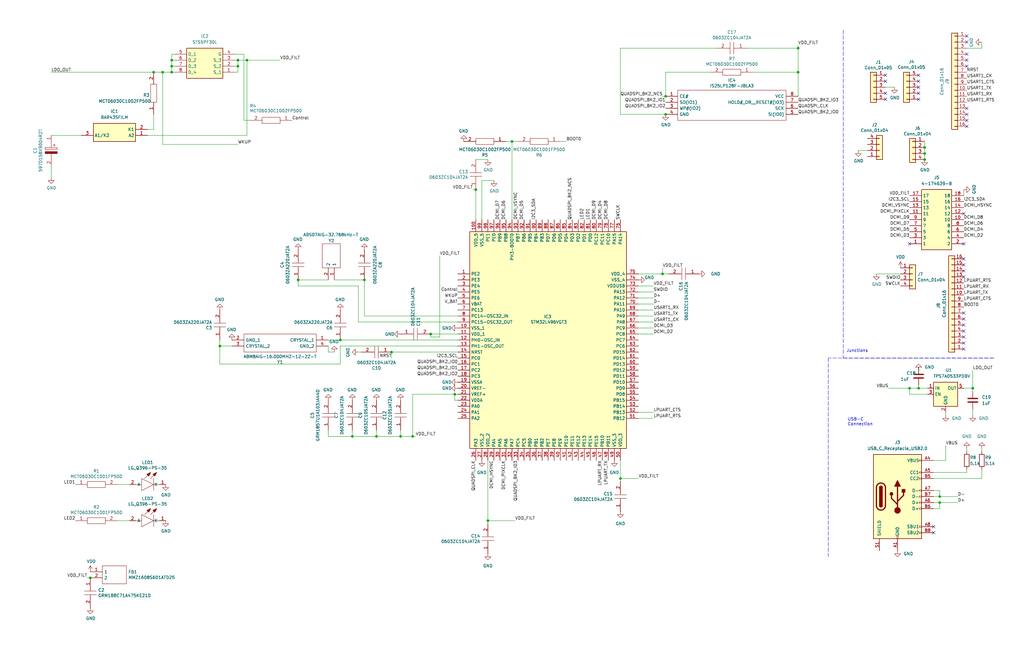
<source format=kicad_sch>
(kicad_sch (version 20231120) (generator "eeschema") (generator_version "8.0")
  (paper "User" 431.8 279.4)
  (junction (at 158.75 184.15))
  (junction (at 125.73 118.11))
  (junction (at 173.99 184.15))
  (junction (at 279.4 115.57))
  (junction (at 387.35 163.83))
  (junction (at 64.77 30.48))
  (junction (at 181.61 140.97))
  (junction (at 280.67 40.64))
  (junction (at 261.62 201.93))
  (junction (at 72.39 25.4))
  (junction (at 200.66 80.01))
  (junction (at 100.33 25.4))
  (junction (at 165.1 148.59))
  (junction (at 100.33 27.94))
  (junction (at 215.9 59.69))
  (junction (at 38.1 243.84))
  (junction (at 168.91 184.15))
  (junction (at 68.58 30.48))
  (junction (at 396.24 209.55))
  (junction (at 389.89 67.31))
  (junction (at 153.67 118.11))
  (junction (at 383.54 163.83))
  (junction (at 104.14 25.4))
  (junction (at 280.67 48.26))
  (junction (at 389.89 64.77))
  (junction (at 389.89 62.23))
  (junction (at 191.77 166.37))
  (junction (at 143.51 143.51))
  (junction (at 410.21 163.83))
  (junction (at 92.71 146.05))
  (junction (at 72.39 30.48))
  (junction (at 72.39 27.94))
  (junction (at 396.24 212.09))
  (junction (at 148.59 184.15))
  (junction (at 336.55 20.32))
  (junction (at 205.74 219.71))
  (junction (at 336.55 30.48))
  (no_connect (at 406.4 132.08))
  (no_connect (at 406.4 111.76))
  (no_connect (at 407.67 48.26))
  (no_connect (at 407.67 25.4))
  (no_connect (at 383.54 102.87))
  (no_connect (at 387.35 31.75))
  (no_connect (at 387.35 41.91))
  (no_connect (at 406.4 134.62))
  (no_connect (at 406.4 109.22))
  (no_connect (at 406.4 102.87))
  (no_connect (at 406.4 139.7))
  (no_connect (at 406.4 142.24))
  (no_connect (at 373.38 41.91))
  (no_connect (at 373.38 34.29))
  (no_connect (at 407.67 27.94))
  (no_connect (at 407.67 15.24))
  (no_connect (at 393.7 224.79))
  (no_connect (at 393.7 222.25))
  (no_connect (at 406.4 137.16))
  (no_connect (at 406.4 147.32))
  (no_connect (at 406.4 114.3))
  (no_connect (at 407.67 45.72))
  (no_connect (at 406.4 90.17))
  (no_connect (at 373.38 39.37))
  (no_connect (at 387.35 36.83))
  (no_connect (at 407.67 53.34))
  (no_connect (at 406.4 116.84))
  (no_connect (at 373.38 31.75))
  (no_connect (at 407.67 22.86))
  (no_connect (at 406.4 144.78))
  (no_connect (at 407.67 17.78))
  (no_connect (at 387.35 34.29))
  (no_connect (at 387.35 39.37))
  (no_connect (at 407.67 50.8))
  (wire (pts (xy 389.89 67.31) (xy 389.89 64.77)))
  (wire (pts (xy 100.33 25.4) (xy 104.14 25.4)))
  (wire (pts (xy 100.33 30.48) (xy 99.06 30.48)))
  (wire (pts (xy 165.1 151.13) (xy 165.1 148.59)))
  (wire (pts (xy 369.57 115.57) (xy 379.73 115.57)))
  (wire (pts (xy 261.62 48.26) (xy 261.62 20.32)))
  (wire (pts (xy 173.99 184.15) (xy 168.91 184.15)))
  (wire (pts (xy 68.58 30.48) (xy 68.58 60.96)))
  (wire (pts (xy 396.24 212.09) (xy 403.86 212.09)))
  (wire (pts (xy 72.39 27.94) (xy 73.66 27.94)))
  (wire (pts (xy 64.77 30.48) (xy 68.58 30.48)))
  (wire (pts (xy 143.51 146.05) (xy 193.04 146.05)))
  (wire (pts (xy 102.87 50.8) (xy 105.41 50.8)))
  (wire (pts (xy 410.21 163.83) (xy 410.21 165.1)))
  (wire (pts (xy 383.54 166.37) (xy 383.54 163.83)))
  (wire (pts (xy 38.1 243.84) (xy 36.83 243.84)))
  (wire (pts (xy 200.66 80.01) (xy 199.39 80.01)))
  (polyline (pts (xy 349.25 151.13) (xy 349.25 234.95)) (stroke (width 0) (type dash)))
  (wire (pts (xy 102.87 22.86) (xy 102.87 50.8)))
  (wire (pts (xy 391.16 166.37) (xy 383.54 166.37)))
  (wire (pts (xy 275.59 125.73) (xy 269.24 125.73)))
  (wire (pts (xy 275.59 130.81) (xy 269.24 130.81)))
  (wire (pts (xy 280.67 40.64) (xy 279.4 40.64)))
  (wire (pts (xy 215.9 59.69) (xy 215.9 92.71)))
  (wire (pts (xy 72.39 25.4) (xy 73.66 25.4)))
  (polyline (pts (xy 355.6 151.13) (xy 419.1 151.13)) (stroke (width 0) (type dash)))
  (wire (pts (xy 205.74 219.71) (xy 217.17 219.71)))
  (wire (pts (xy 151.13 135.89) (xy 193.04 135.89)))
  (wire (pts (xy 72.39 25.4) (xy 72.39 27.94)))
  (wire (pts (xy 200.66 67.31) (xy 205.74 67.31)))
  (wire (pts (xy 396.24 209.55) (xy 403.86 209.55)))
  (wire (pts (xy 275.59 133.35) (xy 269.24 133.35)))
  (wire (pts (xy 100.33 27.94) (xy 100.33 30.48)))
  (wire (pts (xy 407.67 189.23) (xy 407.67 190.5)))
  (wire (pts (xy 215.9 59.69) (xy 218.44 59.69)))
  (wire (pts (xy 151.13 148.59) (xy 152.4 148.59)))
  (wire (pts (xy 269.24 201.93) (xy 261.62 201.93)))
  (wire (pts (xy 72.39 30.48) (xy 73.66 30.48)))
  (wire (pts (xy 191.77 166.37) (xy 193.04 166.37)))
  (wire (pts (xy 393.7 194.31) (xy 398.78 194.31)))
  (wire (pts (xy 275.59 173.99) (xy 269.24 173.99)))
  (wire (pts (xy 62.23 57.15) (xy 104.14 57.15)))
  (wire (pts (xy 336.55 20.32) (xy 336.55 30.48)))
  (wire (pts (xy 407.67 199.39) (xy 407.67 198.12)))
  (wire (pts (xy 181.61 142.24) (xy 181.61 140.97)))
  (wire (pts (xy 261.62 20.32) (xy 302.26 20.32)))
  (wire (pts (xy 49.53 219.71) (xy 54.61 219.71)))
  (wire (pts (xy 410.21 156.21) (xy 410.21 163.83)))
  (wire (pts (xy 336.55 40.64) (xy 336.55 30.48)))
  (wire (pts (xy 104.14 25.4) (xy 118.11 25.4)))
  (wire (pts (xy 389.89 62.23) (xy 389.89 59.69)))
  (wire (pts (xy 173.99 184.15) (xy 173.99 166.37)))
  (wire (pts (xy 138.43 118.11) (xy 125.73 118.11)))
  (wire (pts (xy 414.02 189.23) (xy 414.02 190.5)))
  (wire (pts (xy 158.75 181.61) (xy 158.75 184.15)))
  (wire (pts (xy 203.2 92.71) (xy 203.2 76.2)))
  (wire (pts (xy 21.59 74.93) (xy 21.59 69.85)))
  (wire (pts (xy 393.7 199.39) (xy 407.67 199.39)))
  (wire (pts (xy 398.78 175.26) (xy 398.78 173.99)))
  (wire (pts (xy 185.42 142.24) (xy 181.61 142.24)))
  (wire (pts (xy 280.67 48.26) (xy 261.62 48.26)))
  (wire (pts (xy 140.97 148.59) (xy 138.43 148.59)))
  (wire (pts (xy 398.78 194.31) (xy 398.78 187.96)))
  (wire (pts (xy 68.58 30.48) (xy 72.39 30.48)))
  (wire (pts (xy 406.4 80.01) (xy 406.4 82.55)))
  (wire (pts (xy 143.51 153.67) (xy 92.71 153.67)))
  (wire (pts (xy 275.59 123.19) (xy 269.24 123.19)))
  (wire (pts (xy 377.19 36.83) (xy 373.38 36.83)))
  (wire (pts (xy 99.06 27.94) (xy 100.33 27.94)))
  (wire (pts (xy 393.7 214.63) (xy 396.24 214.63)))
  (wire (pts (xy 275.59 140.97) (xy 269.24 140.97)))
  (wire (pts (xy 275.59 135.89) (xy 269.24 135.89)))
  (polyline (pts (xy 419.1 151.13) (xy 349.25 151.13)) (stroke (width 0) (type dash)))
  (wire (pts (xy 387.35 163.83) (xy 391.16 163.83)))
  (wire (pts (xy 165.1 148.59) (xy 193.04 148.59)))
  (wire (pts (xy 205.74 194.31) (xy 205.74 219.71)))
  (wire (pts (xy 393.7 212.09) (xy 396.24 212.09)))
  (wire (pts (xy 387.35 154.94) (xy 387.35 156.21)))
  (wire (pts (xy 336.55 30.48) (xy 317.5 30.48)))
  (wire (pts (xy 97.79 146.05) (xy 92.71 146.05)))
  (wire (pts (xy 68.58 60.96) (xy 100.33 60.96)))
  (wire (pts (xy 173.99 184.15) (xy 175.26 184.15)))
  (wire (pts (xy 21.59 30.48) (xy 64.77 30.48)))
  (wire (pts (xy 138.43 148.59) (xy 138.43 146.05)))
  (wire (pts (xy 73.66 22.86) (xy 72.39 22.86)))
  (wire (pts (xy 279.4 115.57) (xy 281.94 115.57)))
  (wire (pts (xy 49.53 204.47) (xy 54.61 204.47)))
  (wire (pts (xy 407.67 20.32) (xy 414.02 20.32)))
  (wire (pts (xy 64.77 48.26) (xy 64.77 54.61)))
  (wire (pts (xy 92.71 146.05) (xy 92.71 143.51)))
  (wire (pts (xy 148.59 181.61) (xy 148.59 184.15)))
  (wire (pts (xy 365.76 63.5) (xy 361.95 63.5)))
  (wire (pts (xy 138.43 184.15) (xy 138.43 181.61)))
  (wire (pts (xy 191.77 168.91) (xy 191.77 166.37)))
  (wire (pts (xy 406.4 163.83) (xy 410.21 163.83)))
  (wire (pts (xy 72.39 22.86) (xy 72.39 25.4)))
  (wire (pts (xy 387.35 162.56) (xy 387.35 163.83)))
  (wire (pts (xy 153.67 118.11) (xy 140.97 118.11)))
  (wire (pts (xy 205.74 219.71) (xy 205.74 220.98)))
  (wire (pts (xy 275.59 176.53) (xy 269.24 176.53)))
  (wire (pts (xy 191.77 166.37) (xy 173.99 166.37)))
  (wire (pts (xy 383.54 163.83) (xy 387.35 163.83)))
  (wire (pts (xy 168.91 181.61) (xy 168.91 184.15)))
  (wire (pts (xy 185.42 107.95) (xy 185.42 142.24)))
  (wire (pts (xy 374.65 163.83) (xy 383.54 163.83)))
  (wire (pts (xy 92.71 153.67) (xy 92.71 146.05)))
  (wire (pts (xy 275.59 138.43) (xy 269.24 138.43)))
  (wire (pts (xy 143.51 146.05) (xy 143.51 153.67)))
  (wire (pts (xy 280.67 30.48) (xy 299.72 30.48)))
  (wire (pts (xy 389.89 64.77) (xy 389.89 62.23)))
  (wire (pts (xy 148.59 184.15) (xy 138.43 184.15)))
  (wire (pts (xy 200.66 92.71) (xy 200.66 80.01)))
  (wire (pts (xy 62.23 54.61) (xy 64.77 54.61)))
  (wire (pts (xy 261.62 201.93) (xy 261.62 203.2)))
  (wire (pts (xy 275.59 128.27) (xy 269.24 128.27)))
  (wire (pts (xy 213.36 59.69) (xy 215.9 59.69)))
  (wire (pts (xy 151.13 135.89) (xy 151.13 120.65)))
  (wire (pts (xy 280.67 40.64) (xy 280.67 30.48)))
  (wire (pts (xy 414.02 201.93) (xy 414.02 198.12)))
  (wire (pts (xy 279.4 113.03) (xy 279.4 115.57)))
  (wire (pts (xy 393.7 207.01) (xy 396.24 207.01)))
  (wire (pts (xy 181.61 140.97) (xy 193.04 140.97)))
  (wire (pts (xy 125.73 120.65) (xy 125.73 118.11)))
  (wire (pts (xy 143.51 143.51) (xy 193.04 143.51)))
  (wire (pts (xy 396.24 212.09) (xy 396.24 214.63)))
  (wire (pts (xy 99.06 25.4) (xy 100.33 25.4)))
  (wire (pts (xy 261.62 194.31) (xy 261.62 201.93)))
  (wire (pts (xy 104.14 57.15) (xy 104.14 25.4)))
  (polyline (pts (xy 355.6 12.7) (xy 355.6 151.13)) (stroke (width 0) (type dash)))
  (wire (pts (xy 193.04 168.91) (xy 191.77 168.91)))
  (wire (pts (xy 414.02 20.32) (xy 414.02 17.78)))
  (wire (pts (xy 143.51 143.51) (xy 138.43 143.51)))
  (wire (pts (xy 396.24 209.55) (xy 393.7 209.55)))
  (wire (pts (xy 269.24 115.57) (xy 279.4 115.57)))
  (wire (pts (xy 100.33 25.4) (xy 100.33 27.94)))
  (wire (pts (xy 393.7 201.93) (xy 414.02 201.93)))
  (wire (pts (xy 238.76 59.69) (xy 236.22 59.69)))
  (wire (pts (xy 168.91 184.15) (xy 158.75 184.15)))
  (wire (pts (xy 203.2 76.2) (xy 208.28 76.2)))
  (wire (pts (xy 151.13 120.65) (xy 125.73 120.65)))
  (wire (pts (xy 275.59 120.65) (xy 269.24 120.65)))
  (wire (pts (xy 314.96 20.32) (xy 336.55 20.32)))
  (wire (pts (xy 410.21 175.26) (xy 410.21 172.72)))
  (wire (pts (xy 72.39 27.94) (xy 72.39 30.48)))
  (wire (pts (xy 336.55 20.32) (xy 336.55 19.05)))
  (wire (pts (xy 153.67 133.35) (xy 153.67 118.11)))
  (wire (pts (xy 153.67 133.35) (xy 193.04 133.35)))
  (wire (pts (xy 158.75 184.15) (xy 148.59 184.15)))
  (wire (pts (xy 21.59 57.15) (xy 34.29 57.15)))
  (wire (pts (xy 99.06 22.86) (xy 102.87 22.86)))
  (wire (pts (xy 396.24 207.01) (xy 396.24 209.55)))
  (text "Junctions" (at 356.87 148.844 0) (effects (font (size 1.27 1.27)) (justify left bottom)))
  (text "USB-C \nConnection" (at 357.378 179.832 0) (effects (font (size 1.27 1.27)) (justify left bottom)))
  (label "LPUART_TX" (at 406.4 124.46 0))
  (label "D-" (at 403.86 209.55 0))
  (label "DCMI_D9" (at 383.54 92.71 180))
  (label "QUADSPI_BK2_IO0" (at 193.04 153.67 180))
  (label "VDD_FILT" (at 199.39 80.01 180))
  (label "QUADSPI_BK2_IO1" (at 280.67 43.18 180))
  (label "VDD_FILT" (at 269.24 201.93 0))
  (label "USART1_CTS" (at 407.67 35.56 0))
  (label "DCMI_D5" (at 383.54 97.79 180))
  (label "VDD_FILT" (at 175.26 184.15 0))
  (label "QUADSPI_BK2_IO2" (at 193.04 158.75 180))
  (label "VBUS" (at 398.78 187.96 0))
  (label "USART1_RX" (at 407.67 40.64 0))
  (label "QUADSPI_BK2_IO1" (at 193.04 156.21 180))
  (label "DCMI_PIXCLK" (at 213.36 194.31 270))
  (label "SWCLK" (at 261.62 92.71 90))
  (label "I2C3_SDA" (at 226.06 92.71 90))
  (label "I2C3_SDA" (at 406.4 85.09 0))
  (label "DCMI_D5" (at 220.98 92.71 90))
  (label "VDD_FILT" (at 36.83 243.84 180))
  (label "NRST" (at 407.67 30.48 0))
  (label "DCMI_D2" (at 275.59 140.97 0))
  (label "DCMI_D7" (at 383.54 95.25 180))
  (label "DCMI_VSYNC" (at 383.54 87.63 180))
  (label "LED2" (at 31.75 219.71 180))
  (label "D+" (at 403.86 212.09 0))
  (label "QUADSPI_CLK" (at 200.66 194.31 270))
  (label "VDD_FILT" (at 279.4 113.03 0))
  (label "LPUART_RX" (at 406.4 121.92 0))
  (label "D+" (at 275.59 125.73 0))
  (label "DCMI_D3" (at 383.54 100.33 180))
  (label "I2C3_SCL" (at 383.54 85.09 180))
  (label "VDD_FILT" (at 118.11 25.4 0))
  (label "V_BAT" (at 193.04 128.27 180))
  (label "QUADSPI_BK2_IO2" (at 280.67 45.72 180))
  (label "VBUS" (at 374.65 163.83 180))
  (label "Control" (at 123.19 50.8 0))
  (label "LPUART_RTS" (at 275.59 176.53 0))
  (label "I2C3_SCL" (at 193.04 151.13 180))
  (label "LDO_OUT" (at 21.59 30.48 0))
  (label "VDD_FILT" (at 275.59 120.65 0))
  (label "VDD_FILT" (at 336.55 19.05 0))
  (label "DCMI_PIXCLK" (at 383.54 90.17 180))
  (label "BOOT0" (at 406.4 129.54 0))
  (label "QUADSPI_BK2_IO3" (at 218.44 194.31 270))
  (label "QUADSPI_CLK" (at 336.55 45.72 0))
  (label "QUADSPI_BK2_IO3" (at 336.55 43.18 0))
  (label "LPUART_RTS" (at 406.4 119.38 0))
  (label "WKUP" (at 100.33 60.96 0))
  (label "BOOT0" (at 238.76 59.69 0))
  (label "SWDIO" (at 275.59 123.19 0))
  (label "DCMI_D3" (at 275.59 138.43 0))
  (label "VDD_FILT" (at 217.17 219.71 0))
  (label "USART1_CK" (at 407.67 33.02 0))
  (label "LPUART_TX" (at 256.54 194.31 270))
  (label "VDD_FILT" (at 383.54 82.55 180))
  (label "DCMI_VSYNC" (at 218.44 92.71 90))
  (label "Control" (at 193.04 123.19 180))
  (label "USART1_TX" (at 275.59 133.35 0))
  (label "LED1" (at 31.75 204.47 180))
  (label "DCMI_D8" (at 406.4 92.71 0))
  (label "WKUP" (at 193.04 125.73 180))
  (label "LPUART_RX" (at 254 194.31 270))
  (label "SWCLK" (at 379.73 120.65 180))
  (label "DCMI_D2" (at 406.4 100.33 0))
  (label "DCMI_D6" (at 213.36 92.71 90))
  (label "DCMI_D7" (at 210.82 92.71 90))
  (label "DCMI_HSYNC" (at 208.28 194.31 270))
  (label "LED2" (at 246.38 92.71 90))
  (label "DCMI_D4" (at 406.4 97.79 0))
  (label "DCMI_D4" (at 254 92.71 90))
  (label "SWDIO" (at 379.73 118.11 180))
  (label "DCMI_D9" (at 251.46 92.71 90))
  (label "DCMI_D8" (at 256.54 92.71 90))
  (label "D-" (at 275.59 128.27 0))
  (label "DCMI_HSYNC" (at 406.4 87.63 0))
  (label "USART1_TX" (at 407.67 38.1 0))
  (label "USART1_RTS" (at 407.67 43.18 0))
  (label "USART1_CK" (at 275.59 135.89 0))
  (label "LDO_OUT" (at 410.21 156.21 0))
  (label "DCMI_D6" (at 406.4 95.25 0))
  (label "LPUART_CTS" (at 275.59 173.99 0))
  (label "QUADSPI_BK2_IO0" (at 336.55 48.26 0))
  (label "LED1" (at 248.92 92.71 90))
  (label "USART1_RX" (at 275.59 130.81 0))
  (label "QUADSPI_BK2_NCS" (at 241.3 92.71 90))
  (label "NRST" (at 165.1 151.13 180))
  (label "LPUART_CTS" (at 406.4 127 0))
  (label "VDD_FILT" (at 185.42 107.95 0))
  (label "QUADSPI_BK2_NCS" (at 279.4 40.64 180))
  (symbol (lib_id "ta-expt:597D158X9004R2T") (at 21.59 57.15 270) (unit 1)
    (property "Reference" "C1" (at 14.8082 63.5 0))
    (property "Value" "597D158X9004R2T" (at 17.1196 63.5 0))
    (property "Footprint" "ta-expt-v2-100:CAPPC5660X400N" (effects (hide yes)))
    (property "Datasheet" "http://www.vishay.com/doc?40047" (effects (hide yes)))
    (property "Description" "Solid Tantalum Chip Capacitors TANTAMOUNT(TM), Ultra-Low ESR, Conformal Coated, Maximum CV" (effects (hide yes)))
    (property "Height" "4" (effects (hide yes)))
    (property "Manufacturer_Name" "Vishay" (effects (hide yes)))
    (property "Manufacturer_Part_Number" "597D158X9004R2T" (effects (hide yes)))
    (property "Arrow Part Number" "597D158X9004R2T" (effects (hide yes)))
    (property "Arrow Price/Stock" "https://www.arrow.com/en/products/597d158x9004r2t/vishay" (effects (hide yes)))
    (property "Mouser Part Number" "71-597D158X9004R2T" (effects (hide yes)))
    (property "Mouser Price/Stock" "https://www.mouser.com/Search/Refine.aspx?Keyword=71-597D158X9004R2T" (effects (hide yes)))
  )
  (symbol (lib_id "power:GND") (at 21.59 74.93 0) (unit 1)
    (property "Reference" "#PWR01" (effects (hide yes)))
    (property "Value" "GND" (at 21.717 79.3242 0))
  )
  (symbol (lib_id "ta-expt:IS25LP128F-JBLA3") (at 280.67 40.64 0) (unit 1)
    (property "Reference" "IC4" (at 308.61 33.909 0))
    (property "Value" "IS25LP128F-JBLA3" (at 308.61 36.2204 0))
    (property "Footprint" "ta-expt-v2-100:SOIC127P790X216-8N" (effects (hide yes)))
    (property "Datasheet" "http://www.issi.com/WW/pdf/25LP-WP128F.pdf" (effects (hide yes)))
    (property "Description" "NOR Flash 128M 2.3-3.6V 166Mhz Serial NOR Flash" (effects (hide yes)))
    (property "Height" "2.16" (effects (hide yes)))
    (property "Manufacturer_Name" "Integrated Silicon Solution Inc." (effects (hide yes)))
    (property "Manufacturer_Part_Number" "IS25LP128F-JBLA3" (effects (hide yes)))
    (property "Arrow Part Number" "IS25LP128F-JBLA3" (effects (hide yes)))
    (property "Arrow Price/Stock" "https://www.arrow.com/en/products/is25lp128f-jbla3/integrated-silicon-solution-inc" (effects (hide yes)))
    (property "Mouser Part Number" "870-IS25LP128F-JBLA3" (effects (hide yes)))
    (property "Mouser Price/Stock" "https://www.mouser.co.uk/ProductDetail/ISSI/IS25LP128F-JBLA3?qs=f9yNj16SXrJUIEEJAN4gHA%3D%3D" (effects (hide yes)))
  )
  (symbol (lib_id "ta-expt:0603ZC104JAT2A") (at 314.96 20.32 0) (mirror y) (unit 1)
    (property "Reference" "C17" (at 308.61 13.589 0))
    (property "Value" "0603ZC104JAT2A" (at 308.61 15.9004 0))
    (property "Footprint" "ta-expt-v2-100:CAPC1608X90N" (effects (hide yes)))
    (property "Datasheet" "https://componentsearchengine.com/Datasheets/1/06031A100FAT2A.pdf" (effects (hide yes)))
    (property "Description" "Multilayer Ceramic Capacitors MLCC - SMD/SMT 10V .1uF X7R 0603 5%" (effects (hide yes)))
    (property "Height" "0.9" (effects (hide yes)))
    (property "Manufacturer_Name" "AVX" (effects (hide yes)))
    (property "Manufacturer_Part_Number" "0603ZC104JAT2A" (effects (hide yes)))
    (property "Arrow Part Number" "0603ZC104JAT2A" (effects (hide yes)))
    (property "Mouser Part Number" "581-0603ZC104JAT2A" (effects (hide yes)))
    (property "Mouser Price/Stock" "https://www.mouser.com/Search/Refine.aspx?Keyword=581-0603ZC104JAT2A" (effects (hide yes)))
  )
  (symbol (lib_id "ta-expt:MCT06030C1002FP500") (at 317.5 30.48 0) (mirror y) (unit 1)
    (property "Reference" "R7" (at 308.61 24.765 0))
    (property "Value" "MCT06030C1002FP500" (at 308.61 27.0764 0))
    (property "Footprint" "ta-expt-v2-100:RESC1608X55N" (effects (hide yes)))
    (property "Datasheet" "http://www.vishay.com/docs/28705/mcx0x0xpro.pdf" (effects (hide yes)))
    (property "Description" "Thin Film Resistors - SMD .1W 10Kohms 1% 0603 50ppm Auto" (effects (hide yes)))
    (property "Height" "0.55" (effects (hide yes)))
    (property "Manufacturer_Name" "Vishay" (effects (hide yes)))
    (property "Manufacturer_Part_Number" "MCT06030C1002FP500" (effects (hide yes)))
    (property "Arrow Part Number" "MCT06030C1002FP500" (effects (hide yes)))
    (property "Mouser Part Number" "594-MCT06030C1002FP5" (effects (hide yes)))
    (property "Mouser Price/Stock" "https://www.mouser.co.uk/ProductDetail/Vishay-Beyschlag/MCT06030C1002FP500?qs=Wvg1umJc15zoHgIjwqoGHw%3D%3D" (effects (hide yes)))
  )
  (symbol (lib_id "Connector_Generic:Conn_01x16") (at 401.32 129.54 180) (unit 1)
    (property "Reference" "J8" (at 395.732 129.032 90))
    (property "Value" "Conn_01x16" (at 398.1196 128.1684 90))
    (property "Footprint" "ta-expt-v2-100:PinSocket_1x16_TartanArtibeus" (effects (hide yes)))
  )
  (symbol (lib_id "Connector_Generic:Conn_01x16") (at 402.59 33.02 0) (mirror y) (unit 1)
    (property "Reference" "J9" (at 399.415 34.3916 90))
    (property "Value" "Conn_01x16" (at 397.1036 34.3916 90))
    (property "Footprint" "ta-expt-v2-100:PinSocket_1x16_TartanArtibeus" (effects (hide yes)))
  )
  (symbol (lib_id "power:GND") (at 414.02 17.78 270) (unit 1)
    (property "Reference" "#PWR042" (effects (hide yes)))
    (property "Value" "GND" (at 409.6258 17.907 0))
  )
  (symbol (lib_id "ta-expt:MCT06030C1001FP500") (at 31.75 204.47 0) (unit 1)
    (property "Reference" "R1" (at 40.64 198.755 0))
    (property "Value" "MCT06030C1001FP500" (at 40.64 201.0664 0))
    (property "Footprint" "ta-expt-v2-100:RESC1608X55N" (effects (hide yes)))
    (property "Datasheet" "http://www.vishay.com/docs/28705/mcx0x0xpro.pdf" (effects (hide yes)))
    (property "Description" "Thin Film Resistors - SMD .1W 1Kohm 1% 0603 50ppm Auto" (effects (hide yes)))
    (property "Height" "0.55" (effects (hide yes)))
    (property "Manufacturer_Name" "Vishay" (effects (hide yes)))
    (property "Manufacturer_Part_Number" "MCT06030C1001FP500" (effects (hide yes)))
    (property "Arrow Part Number" "MCT06030C1001FP500" (effects (hide yes)))
    (property "Mouser Part Number" "594-MCT06030C1001FP5" (effects (hide yes)))
    (property "Mouser Price/Stock" "https://www.mouser.co.uk/ProductDetail/Vishay-Beyschlag/MCT06030C1001FP500?qs=7ZE6F4QMOBbsjeUdqW8cwA%3D%3D" (effects (hide yes)))
  )
  (symbol (lib_id "ta-expt:MCT06030C1001FP500") (at 31.75 219.71 0) (unit 1)
    (property "Reference" "R2" (at 40.64 213.995 0))
    (property "Value" "MCT06030C1001FP500" (at 40.64 216.3064 0))
    (property "Footprint" "ta-expt-v2-100:RESC1608X55N" (effects (hide yes)))
    (property "Datasheet" "http://www.vishay.com/docs/28705/mcx0x0xpro.pdf" (effects (hide yes)))
    (property "Description" "Thin Film Resistors - SMD .1W 1Kohm 1% 0603 50ppm Auto" (effects (hide yes)))
    (property "Height" "0.55" (effects (hide yes)))
    (property "Manufacturer_Name" "Vishay" (effects (hide yes)))
    (property "Manufacturer_Part_Number" "MCT06030C1001FP500" (effects (hide yes)))
    (property "Arrow Part Number" "MCT06030C1001FP500" (effects (hide yes)))
    (property "Mouser Part Number" "594-MCT06030C1001FP5" (effects (hide yes)))
    (property "Mouser Price/Stock" "https://www.mouser.co.uk/ProductDetail/Vishay-Beyschlag/MCT06030C1001FP500?qs=7ZE6F4QMOBbsjeUdqW8cwA%3D%3D" (effects (hide yes)))
  )
  (symbol (lib_id "ta-expt:LG_Q396-PS-35") (at 69.85 204.47 0) (mirror y) (unit 1)
    (property "Reference" "LED1" (at 62.23 195.1482 0))
    (property "Value" "LG_Q396-PS-35" (at 62.23 197.4596 0))
    (property "Footprint" "ta-expt-v2-100:LGQ396PS35" (effects (hide yes)))
    (property "Datasheet" "https://mouser.componentsearchengine.com/Datasheets/2/LG%20Q396-PS-35.pdf" (effects (hide yes)))
    (property "Description" "CHIPLED 0603 GREEN" (effects (hide yes)))
    (property "Height" "0.4" (effects (hide yes)))
    (property "Manufacturer_Name" "OSRAM" (effects (hide yes)))
    (property "Manufacturer_Part_Number" "LG Q396-PS-35" (effects (hide yes)))
    (property "Arrow Part Number" "LG Q396-PS-35" (effects (hide yes)))
    (property "Arrow Price/Stock" "https://www.arrow.com/en/products/lgq396-ps-35/osram-opto-semiconductors" (effects (hide yes)))
    (property "Mouser Part Number" "720-LGQ396A3964" (effects (hide yes)))
    (property "Mouser Price/Stock" "https://www.mouser.co.uk/ProductDetail/OSRAM-Opto-Semiconductors/LG-Q396-PS-35?qs=xC%252BE9h5iuX5%252BCocujXxOpw%3D%3D" (effects (hide yes)))
  )
  (symbol (lib_id "power:GND") (at 69.85 204.47 0) (unit 1)
    (property "Reference" "#PWR04" (effects (hide yes)))
    (property "Value" "GND" (at 69.977 208.8642 0))
  )
  (symbol (lib_id "ta-expt:LG_Q396-PS-35") (at 69.85 219.71 0) (mirror y) (unit 1)
    (property "Reference" "LED2" (at 62.23 210.3882 0))
    (property "Value" "LG_Q396-PS-35" (at 62.23 212.6996 0))
    (property "Footprint" "ta-expt-v2-100:LGQ396PS35" (effects (hide yes)))
    (property "Datasheet" "https://mouser.componentsearchengine.com/Datasheets/2/LG%20Q396-PS-35.pdf" (effects (hide yes)))
    (property "Description" "CHIPLED 0603 GREEN" (effects (hide yes)))
    (property "Height" "0.4" (effects (hide yes)))
    (property "Manufacturer_Name" "OSRAM" (effects (hide yes)))
    (property "Manufacturer_Part_Number" "LG Q396-PS-35" (effects (hide yes)))
    (property "Arrow Part Number" "LG Q396-PS-35" (effects (hide yes)))
    (property "Arrow Price/Stock" "https://www.arrow.com/en/products/lgq396-ps-35/osram-opto-semiconductors" (effects (hide yes)))
    (property "Mouser Part Number" "720-LGQ396A3964" (effects (hide yes)))
    (property "Mouser Price/Stock" "https://www.mouser.co.uk/ProductDetail/OSRAM-Opto-Semiconductors/LG-Q396-PS-35?qs=xC%252BE9h5iuX5%252BCocujXxOpw%3D%3D" (effects (hide yes)))
  )
  (symbol (lib_id "power:GND") (at 69.85 219.71 0) (unit 1)
    (property "Reference" "#PWR05" (effects (hide yes)))
    (property "Value" "GND" (at 69.977 224.1042 0))
  )
  (symbol (lib_id "Connector_Generic:Conn_01x04") (at 384.81 115.57 0) (unit 1)
    (property "Reference" "J7" (at 386.842 115.7732 0) (effects (justify left)))
    (property "Value" "Conn_01x04" (at 386.842 118.0846 0) (effects (justify left)))
    (property "Footprint" "ta-expt-v2-100:PinSocket_4x1_TartanArtibeus" (effects (hide yes)))
  )
  (symbol (lib_id "power:GND") (at 369.57 115.57 0) (unit 1)
    (property "Reference" "#PWR032" (effects (hide yes)))
    (property "Value" "GND" (at 369.697 119.9642 0))
  )
  (symbol (lib_id "Connector_Generic:Conn_01x04") (at 370.84 63.5 0) (mirror x) (unit 1)
    (property "Reference" "J2" (at 368.7572 52.705 0))
    (property "Value" "Conn_01x04" (at 368.7572 55.0164 0))
    (property "Footprint" "ta-expt-v2-100:PinSocket_4x1_TartanArtibeus" (effects (hide yes)))
  )
  (symbol (lib_id "power:VDD") (at 379.73 113.03 0) (unit 1)
    (property "Reference" "#PWR035" (effects (hide yes)))
    (property "Value" "VDD" (at 379.73 108.458 0))
  )
  (symbol (lib_id "ta-expt:MMZ1608S601ATD25") (at 38.1 241.3 0) (unit 1)
    (property "Reference" "FB1" (at 54.0512 241.4016 0) (effects (justify left)))
    (property "Value" "MMZ1608S601ATD25" (at 54.0512 243.713 0) (effects (justify left)))
    (property "Footprint" "ta-expt-v2-100:BEADC1608X95N" (effects (hide yes)))
    (property "Datasheet" "https://datasheet.datasheetarchive.com/originals/dk/DKDS-25/489214.pdf" (effects (hide yes)))
    (property "Description" "Ferrite Beads Multi-Layer 600Ohm 25% 100MHz 500mA 350mOhm DCR 0603 Automotive T/R" (effects (hide yes)))
    (property "Height" "0.95" (effects (hide yes)))
    (property "Manufacturer_Name" "TDK" (effects (hide yes)))
    (property "Manufacturer_Part_Number" "MMZ1608S601ATD25" (effects (hide yes)))
    (property "Arrow Part Number" "MMZ1608S601ATD25" (effects (hide yes)))
    (property "Arrow Price/Stock" "https://www.arrow.com/en/products/mmz1608s601atd25/tdk" (effects (hide yes)))
    (property "Mouser Part Number" "810-MMZ1608S601ATD25" (effects (hide yes)))
    (property "Mouser Price/Stock" "https://www.mouser.com/Search/Refine.aspx?Keyword=810-MMZ1608S601ATD25" (effects (hide yes)))
  )
  (symbol (lib_id "Connector_Generic:Conn_01x05") (at 382.27 36.83 180) (unit 1)
    (property "Reference" "J4" (at 384.3528 26.035 0))
    (property "Value" "Conn_01x05" (at 384.3528 28.3464 0))
    (property "Footprint" "ta-expt-v2-100:PinSocket_1x5_TartanArtibeus" (effects (hide yes)))
  )
  (symbol (lib_id "ta-expt:GRM188C71A475KE21D") (at 38.1 243.84 270) (unit 1)
    (property "Reference" "C2" (at 41.3512 249.0216 90) (effects (justify left)))
    (property "Value" "GRM188C71A475KE21D" (at 41.3512 251.333 90) (effects (justify left)))
    (property "Footprint" "ta-expt-v2-100:CAPC1608X90N" (effects (hide yes)))
    (property "Description" "Multilayer Ceramic Capacitors MLCC - SMD/SMT" (effects (hide yes)))
    (property "Height" "0.9" (effects (hide yes)))
    (property "Manufacturer_Name" "Murata Electronics" (effects (hide yes)))
    (property "Manufacturer_Part_Number" "GRM188C71A475KE21D" (effects (hide yes)))
    (property "Arrow Part Number" "GRM188C71A475KE21D" (effects (hide yes)))
    (property "Mouser Part Number" "81-GRM188C71A475KE2D" (effects (hide yes)))
    (property "Mouser Price/Stock" "https://www.mouser.com/Search/Refine.aspx?Keyword=81-GRM188C71A475KE2D" (effects (hide yes)))
  )
  (symbol (lib_id "power:GND") (at 38.1 256.54 0) (unit 1)
    (property "Reference" "#PWR03" (effects (hide yes)))
    (property "Value" "GND" (at 38.227 260.9342 0))
  )
  (symbol (lib_id "power:VDD") (at 38.1 241.3 0) (unit 1)
    (property "Reference" "#PWR02" (effects (hide yes)))
    (property "Value" "VDD" (at 38.481 236.9058 0))
  )
  (symbol (lib_id "Connector_Generic:Conn_01x05") (at 368.3 36.83 0) (mirror y) (unit 1)
    (property "Reference" "J1" (at 370.3828 26.2382 0))
    (property "Value" "Conn_01x05" (at 370.3828 28.5496 0))
    (property "Footprint" "ta-expt-v2-100:PinSocket_1x5_TartanArtibeus" (effects (hide yes)))
  )
  (symbol (lib_id "power:GND") (at 361.95 63.5 0) (unit 1)
    (property "Reference" "#PWR031" (effects (hide yes)))
    (property "Value" "GND" (at 362.077 67.8942 0))
  )
  (symbol (lib_id "power:GND") (at 377.19 36.83 0) (unit 1)
    (property "Reference" "#PWR033" (effects (hide yes)))
    (property "Value" "GND" (at 377.317 41.2242 0))
  )
  (symbol (lib_id "power:GND") (at 280.67 48.26 0) (unit 1)
    (property "Reference" "#PWR029" (effects (hide yes)))
    (property "Value" "GND" (at 280.797 52.6542 0))
  )
  (symbol (lib_id "Connector_Generic:Conn_01x04") (at 384.81 62.23 0) (mirror y) (unit 1)
    (property "Reference" "J6" (at 386.8928 54.1782 0))
    (property "Value" "Conn_01x04" (at 386.8928 56.4896 0))
    (property "Footprint" "ta-expt-v2-100:MountingHoles_TartanArtibeus" (effects (hide yes)))
  )
  (symbol (lib_id "power:GND") (at 389.89 67.31 0) (unit 1)
    (property "Reference" "#PWR037" (effects (hide yes)))
    (property "Value" "GND" (at 390.017 71.7042 0))
  )
  (symbol (lib_id "ta-expt:0603ZC105JAT2A") (at 168.91 181.61 90) (unit 1)
    (property "Reference" "C12" (at 162.179 175.26 0))
    (property "Value" "0603ZC105JAT2A" (at 164.4904 175.26 0))
    (property "Footprint" "ta-expt-v2-100:CAPC1608X90N" (effects (hide yes)))
    (property "Datasheet" "https://componentsearchengine.com/Datasheets/1/06031A100FAT2A.pdf" (effects (hide yes)))
    (property "Description" "Multilayer Ceramic Capacitors MLCC - SMD/SMT FACTORY NOT ACCEPTING ORDERS" (effects (hide yes)))
    (property "Height" "0.9" (effects (hide yes)))
    (property "Manufacturer_Name" "AVX" (effects (hide yes)))
    (property "Manufacturer_Part_Number" "0603ZC105JAT2A" (effects (hide yes)))
    (property "Arrow Part Number" "0603ZC105JAT2A" (effects (hide yes)))
    (property "Arrow Price/Stock" "https://www.arrow.com/en/products/0603zc105jat2a/avx" (effects (hide yes)))
    (property "Mouser Part Number" "581-0603ZC105JAT2A" (effects (hide yes)))
    (property "Mouser Price/Stock" "https://www.mouser.com/Search/Refine.aspx?Keyword=581-0603ZC105JAT2A" (effects (hide yes)))
  )
  (symbol (lib_id "ta-expt:0603ZC104JAT2A") (at 205.74 233.68 270) (mirror x) (unit 1)
    (property "Reference" "C14" (at 202.4888 226.1616 90) (effects (justify right)))
    (property "Value" "0603ZC104JAT2A" (at 202.4888 228.473 90) (effects (justify right)))
    (property "Footprint" "ta-expt-v2-100:CAPC1608X90N" (effects (hide yes)))
    (property "Datasheet" "https://componentsearchengine.com/Datasheets/1/06031A100FAT2A.pdf" (effects (hide yes)))
    (property "Description" "Multilayer Ceramic Capacitors MLCC - SMD/SMT 10V .1uF X7R 0603 5%" (effects (hide yes)))
    (property "Height" "0.9" (effects (hide yes)))
    (property "Manufacturer_Name" "AVX" (effects (hide yes)))
    (property "Manufacturer_Part_Number" "0603ZC104JAT2A" (effects (hide yes)))
    (property "Arrow Part Number" "0603ZC104JAT2A" (effects (hide yes)))
    (property "Mouser Part Number" "581-0603ZC104JAT2A" (effects (hide yes)))
    (property "Mouser Price/Stock" "https://www.mouser.com/Search/Refine.aspx?Keyword=581-0603ZC104JAT2A" (effects (hide yes)))
  )
  (symbol (lib_id "ta-expt:0603ZA220JAT2A") (at 125.73 118.11 90) (unit 1)
    (property "Reference" "C4" (at 118.999 111.76 0))
    (property "Value" "0603ZA220JAT2A" (at 121.3104 111.76 0))
    (property "Footprint" "ta-expt-v2-100:CAPC1608X90N" (effects (hide yes)))
    (property "Datasheet" "https://componentsearchengine.com/Datasheets/1/06031A100FAT2A.pdf" (effects (hide yes)))
    (property "Description" "Multilayer Ceramic Capacitors MLCC - SMD/SMT 10V 22pF C0G 0603 5% Tol" (effects (hide yes)))
    (property "Height" "0.9" (effects (hide yes)))
    (property "Manufacturer_Name" "AVX" (effects (hide yes)))
    (property "Manufacturer_Part_Number" "0603ZA220JAT2A" (effects (hide yes)))
    (property "Arrow Part Number" "0603ZA220JAT2A" (effects (hide yes)))
    (property "Arrow Price/Stock" "https://www.arrow.com/en/products/0603za220jat2a/avx" (effects (hide yes)))
    (property "Mouser Part Number" "581-0603ZA220JAT2A" (effects (hide yes)))
    (property "Mouser Price/Stock" "https://www.mouser.com/Search/Refine.aspx?Keyword=581-0603ZA220JAT2A" (effects (hide yes)))
  )
  (symbol (lib_id "Device:R") (at 407.67 194.31 0) (unit 1)
    (property "Reference" "R8" (at 408.94 193.04 0) (effects (justify left)))
    (property "Value" "5.1k" (at 408.94 195.58 0) (effects (justify left)))
    (property "Footprint" "ta-expt-v2-100:RESC1608X55N" (effects (hide yes)))
    (property "Datasheet" "MCT06030C5101FP500" (effects (hide yes)))
  )
  (symbol (lib_id "power:GND") (at 168.91 168.91 180) (unit 1)
    (property "Reference" "#PWR017" (effects (hide yes)))
    (property "Value" "GND" (at 168.783 164.5158 0))
  )
  (symbol (lib_name "GND_1") (lib_id "power:GND") (at 168.91 140.97 270) (unit 1)
    (property "Reference" "#PWR016" (effects (hide yes)))
    (property "Value" "GND" (at 166.37 140.9699 90) (effects (justify right)))
    (property "Description" "Power symbol creates a global label with name \"GND\" , ground" (effects (hide yes)))
  )
  (symbol (lib_id "ta-expt:0603ZC104JAT2A") (at 200.66 80.01 270) (mirror x) (unit 1)
    (property "Reference" "C13" (at 197.4088 72.4916 90) (effects (justify right)))
    (property "Value" "0603ZC104JAT2A" (at 197.4088 74.803 90) (effects (justify right)))
    (property "Footprint" "ta-expt-v2-100:CAPC1608X90N" (effects (hide yes)))
    (property "Datasheet" "https://componentsearchengine.com/Datasheets/1/06031A100FAT2A.pdf" (effects (hide yes)))
    (property "Description" "Multilayer Ceramic Capacitors MLCC - SMD/SMT 10V .1uF X7R 0603 5%" (effects (hide yes)))
    (property "Height" "0.9" (effects (hide yes)))
    (property "Manufacturer_Name" "AVX" (effects (hide yes)))
    (property "Manufacturer_Part_Number" "0603ZC104JAT2A" (effects (hide yes)))
    (property "Arrow Part Number" "0603ZC104JAT2A" (effects (hide yes)))
    (property "Mouser Part Number" "581-0603ZC104JAT2A" (effects (hide yes)))
    (property "Mouser Price/Stock" "https://www.mouser.com/Search/Refine.aspx?Keyword=581-0603ZC104JAT2A" (effects (hide yes)))
  )
  (symbol (lib_id "ta-expt:0603ZC104JAT2A") (at 165.1 148.59 180) (unit 1)
    (property "Reference" "C10" (at 158.75 155.321 0))
    (property "Value" "0603ZC104JAT2A" (at 158.75 153.0096 0))
    (property "Footprint" "ta-expt-v2-100:CAPC1608X90N" (effects (hide yes)))
    (property "Datasheet" "https://componentsearchengine.com/Datasheets/1/06031A100FAT2A.pdf" (effects (hide yes)))
    (property "Description" "Multilayer Ceramic Capacitors MLCC - SMD/SMT 10V .1uF X7R 0603 5%" (effects (hide yes)))
    (property "Height" "0.9" (effects (hide yes)))
    (property "Manufacturer_Name" "AVX" (effects (hide yes)))
    (property "Manufacturer_Part_Number" "0603ZC104JAT2A" (effects (hide yes)))
    (property "Arrow Part Number" "0603ZC104JAT2A" (effects (hide yes)))
    (property "Mouser Part Number" "581-0603ZC104JAT2A" (effects (hide yes)))
    (property "Mouser Price/Stock" "https://www.mouser.com/Search/Refine.aspx?Keyword=581-0603ZC104JAT2A" (effects (hide yes)))
  )
  (symbol (lib_id "power:GND") (at 387.35 156.21 180) (unit 1)
    (property "Reference" "#PWR036" (effects (hide yes)))
    (property "Value" "GND" (at 389.89 154.9399 0) (effects (justify right)))
  )
  (symbol (lib_id "power:GND") (at 143.51 130.81 180) (unit 1)
    (property "Reference" "#PWR011" (effects (hide yes)))
    (property "Value" "GND" (at 143.383 126.4158 0))
  )
  (symbol (lib_name "GND_1") (lib_id "power:GND") (at 294.64 115.57 90) (unit 1)
    (property "Reference" "#PWR030" (effects (hide yes)))
    (property "Value" "GND" (at 299.72 115.5699 90) (effects (justify right)))
    (property "Description" "Power symbol creates a global label with name \"GND\" , ground" (effects (hide yes)))
  )
  (symbol (lib_id "STS5PF30L:STS5PF30L") (at 99.06 30.48 180) (unit 1)
    (property "Reference" "IC2" (at 86.36 15.24 0))
    (property "Value" "STS5PF30L" (at 86.36 17.78 0))
    (property "Footprint" "ta-expt-v2-100:SOIC127P600X175-8N" (effects (hide yes)))
    (property "Datasheet" "http://www.st.com/st-web-ui/static/active/en/resource/technical/document/datasheet/CD00001945.pdf" (effects (hide yes)))
    (property "Description" "STS5PF30L, P-channel MOSFET Transistor 5A 30V, 8-Pin SO" (effects (hide yes)))
    (property "Height" "1.75" (effects (hide yes)))
    (property "Manufacturer_Name" "STMicroelectronics" (effects (hide yes)))
    (property "Manufacturer_Part_Number" "STS5PF30L" (effects (hide yes)))
    (property "Mouser Part Number" "511-STS5PF30L" (effects (hide yes)))
    (property "Mouser Price/Stock" "https://www.mouser.com/Search/Refine.aspx?Keyword=511-STS5PF30L" (effects (hide yes)))
    (property "Arrow Part Number" "STS5PF30L" (effects (hide yes)))
    (property "Arrow Price/Stock" "https://www.arrow.com/en/products/sts5pf30l/stmicroelectronics" (effects (hide yes)))
  )
  (symbol (lib_id "ta-expt:MCT06030C1002FP500") (at 213.36 59.69 180) (unit 1)
    (property "Reference" "R5" (at 204.47 65.405 0))
    (property "Value" "MCT06030C1002FP500" (at 204.47 63.0936 0))
    (property "Footprint" "ta-expt-v2-100:RESC1608X55N" (effects (hide yes)))
    (property "Datasheet" "http://www.vishay.com/docs/28705/mcx0x0xpro.pdf" (effects (hide yes)))
    (property "Description" "Thin Film Resistors - SMD .1W 10Kohms 1% 0603 50ppm Auto" (effects (hide yes)))
    (property "Height" "0.55" (effects (hide yes)))
    (property "Manufacturer_Name" "Vishay" (effects (hide yes)))
    (property "Manufacturer_Part_Number" "MCT06030C1002FP500" (effects (hide yes)))
    (property "Arrow Part Number" "MCT06030C1002FP500" (effects (hide yes)))
    (property "Mouser Part Number" "594-MCT06030C1002FP5" (effects (hide yes)))
    (property "Mouser Price/Stock" "https://www.mouser.co.uk/ProductDetail/Vishay-Beyschlag/MCT06030C1002FP500?qs=Wvg1umJc15zoHgIjwqoGHw%3D%3D" (effects (hide yes)))
  )
  (symbol (lib_id "power:GND") (at 153.67 105.41 180) (unit 1)
    (property "Reference" "#PWR014" (effects (hide yes)))
    (property "Value" "GND" (at 153.543 101.0158 0))
  )
  (symbol (lib_id "power:GND") (at 414.02 189.23 180) (unit 1)
    (property "Reference" "#PWR043" (effects (hide yes)))
    (property "Value" "GND" (at 414.02 184.15 0))
  )
  (symbol (lib_name "GND_1") (lib_id "power:GND") (at 203.2 194.31 0) (unit 1)
    (property "Reference" "#PWR022" (effects (hide yes)))
    (property "Value" "GND" (at 203.2 199.39 0))
    (property "Description" "Power symbol creates a global label with name \"GND\" , ground" (effects (hide yes)))
  )
  (symbol (lib_id "BAR43SFILM:BAR43SFILM") (at 62.23 57.15 180) (unit 1)
    (property "Reference" "IC1" (at 48.26 46.99 0))
    (property "Value" "BAR43SFILM" (at 48.26 49.53 0))
    (property "Footprint" "ta-expt-v2-100:SOTFL50P160X78-3N" (effects (hide yes)))
    (property "Datasheet" "http://www.st.com/st-web-ui/static/active/en/resource/technical/document/datasheet/CD00000764.pdf" (effects (hide yes)))
    (property "Description" "BAR43SFILM, Schottky Diode,  0.1A max, 30V 5ns Dual, 3-Pin, SOT-23" (effects (hide yes)))
    (property "Height" "1.5" (effects (hide yes)))
    (property "Manufacturer_Name" "STMicroelectronics" (effects (hide yes)))
    (property "Manufacturer_Part_Number" "BAR43SFILM" (effects (hide yes)))
    (property "Mouser Part Number" "511-BAR43SFILM" (effects (hide yes)))
    (property "Mouser Price/Stock" "https://www.mouser.co.uk/ProductDetail/STMicroelectronics/BAR43SFILM?qs=QD4S45kuY2oNwRQsBwsPGQ%3D%3D" (effects (hide yes)))
    (property "Arrow Part Number" "BAR43SFILM" (effects (hide yes)))
    (property "Arrow Price/Stock" "https://www.arrow.com/en/products/bar43sfilm/stmicroelectronics?region=europe" (effects (hide yes)))
  )
  (symbol (lib_id "power:GND") (at 92.71 130.81 180) (unit 1)
    (property "Reference" "#PWR06" (effects (hide yes)))
    (property "Value" "GND" (at 92.583 126.4158 0))
  )
  (symbol (lib_id "power:GND") (at 125.73 105.41 180) (unit 1)
    (property "Reference" "#PWR08" (effects (hide yes)))
    (property "Value" "GND" (at 125.603 101.0158 0))
  )
  (symbol (lib_id "power:GND") (at 195.58 59.69 180) (unit 1)
    (property "Reference" "#PWR021" (effects (hide yes)))
    (property "Value" "GND" (at 195.453 55.2958 0))
  )
  (symbol (lib_id "Regulator_Linear:TPS7A0533PDBV") (at 398.78 166.37 0) (unit 1)
    (property "Reference" "U1" (at 400.05 156.21 0))
    (property "Value" "TPS7A0533PDBV" (at 401.32 158.75 0))
    (property "Footprint" "Package_TO_SOT_SMD:SOT-23-5" (effects (hide yes)))
    (property "Datasheet" "https://www.ti.com/lit/ds/symlink/tps7a05.pdf" (effects (hide yes)))
  )
  (symbol (lib_id "power:GND") (at 148.59 168.91 180) (unit 1)
    (property "Reference" "#PWR012" (effects (hide yes)))
    (property "Value" "GND" (at 148.463 164.5158 0))
  )
  (symbol (lib_id "ta-expt:0603ZC104JAT2A") (at 294.64 115.57 0) (mirror y) (unit 1)
    (property "Reference" "C16" (at 287.1216 118.8212 90) (effects (justify right)))
    (property "Value" "0603ZC104JAT2A" (at 289.433 118.8212 90) (effects (justify right)))
    (property "Footprint" "ta-expt-v2-100:CAPC1608X90N" (effects (hide yes)))
    (property "Datasheet" "https://componentsearchengine.com/Datasheets/1/06031A100FAT2A.pdf" (effects (hide yes)))
    (property "Description" "Multilayer Ceramic Capacitors MLCC - SMD/SMT 10V .1uF X7R 0603 5%" (effects (hide yes)))
    (property "Height" "0.9" (effects (hide yes)))
    (property "Manufacturer_Name" "AVX" (effects (hide yes)))
    (property "Manufacturer_Part_Number" "0603ZC104JAT2A" (effects (hide yes)))
    (property "Arrow Part Number" "0603ZC104JAT2A" (effects (hide yes)))
    (property "Mouser Part Number" "581-0603ZC104JAT2A" (effects (hide yes)))
    (property "Mouser Price/Stock" "https://www.mouser.com/Search/Refine.aspx?Keyword=581-0603ZC104JAT2A" (effects (hide yes)))
  )
  (symbol (lib_id "ta-expt:MCT06030C1001FP500") (at 236.22 59.69 180) (unit 1)
    (property "Reference" "R6" (at 227.33 65.405 0))
    (property "Value" "MCT06030C1001FP500" (at 227.33 63.0936 0))
    (property "Footprint" "ta-expt-v2-100:RESC1608X55N" (effects (hide yes)))
    (property "Datasheet" "http://www.vishay.com/docs/28705/mcx0x0xpro.pdf" (effects (hide yes)))
    (property "Description" "Thin Film Resistors - SMD .1W 1Kohm 1% 0603 50ppm Auto" (effects (hide yes)))
    (property "Height" "0.55" (effects (hide yes)))
    (property "Manufacturer_Name" "Vishay" (effects (hide yes)))
    (property "Manufacturer_Part_Number" "MCT06030C1001FP500" (effects (hide yes)))
    (property "Arrow Part Number" "MCT06030C1001FP500" (effects (hide yes)))
    (property "Mouser Part Number" "594-MCT06030C1001FP5" (effects (hide yes)))
    (property "Mouser Price/Stock" "https://www.mouser.co.uk/ProductDetail/Vishay-Beyschlag/MCT06030C1001FP500?qs=7ZE6F4QMOBbsjeUdqW8cwA%3D%3D" (effects (hide yes)))
  )
  (symbol (lib_id "ta-expt:MCT06030C1002FP500") (at 64.77 48.26 90) (unit 1)
    (property "Reference" "R3" (at 61.722 40.132 90))
    (property "Value" "MCT06030C1002FP500" (at 52.578 42.672 90))
    (property "Footprint" "ta-expt-v2-100:RESC1608X55N" (effects (hide yes)))
    (property "Datasheet" "http://www.vishay.com/docs/28705/mcx0x0xpro.pdf" (effects (hide yes)))
    (property "Description" "Thin Film Resistors - SMD .1W 10Kohms 1% 0603 50ppm Auto" (effects (hide yes)))
    (property "Height" "0.55" (effects (hide yes)))
    (property "Manufacturer_Name" "Vishay" (effects (hide yes)))
    (property "Manufacturer_Part_Number" "MCT06030C1002FP500" (effects (hide yes)))
    (property "Arrow Part Number" "MCT06030C1002FP500" (effects (hide yes)))
    (property "Mouser Part Number" "594-MCT06030C1002FP5" (effects (hide yes)))
    (property "Mouser Price/Stock" "https://www.mouser.co.uk/ProductDetail/Vishay-Beyschlag/MCT06030C1002FP500?qs=Wvg1umJc15zoHgIjwqoGHw%3D%3D" (effects (hide yes)))
  )
  (symbol (lib_id "power:GND") (at 205.74 67.31 0) (unit 1)
    (property "Reference" "#PWR023" (effects (hide yes)))
    (property "Value" "GND" (at 205.867 71.7042 0))
  )
  (symbol (lib_name "GND_1") (lib_id "power:GND") (at 259.08 194.31 0) (unit 1)
    (property "Reference" "#PWR026" (effects (hide yes)))
    (property "Value" "GND" (at 259.08 199.39 0))
    (property "Description" "Power symbol creates a global label with name \"GND\" , ground" (effects (hide yes)))
  )
  (symbol (lib_name "GND_1") (lib_id "power:GND") (at 269.24 118.11 90) (unit 1)
    (property "Reference" "#PWR028" (effects (hide yes)))
    (property "Value" "GND" (at 271.78 117.094 90) (effects (justify right)))
    (property "Description" "Power symbol creates a global label with name \"GND\" , ground" (effects (hide yes)))
  )
  (symbol (lib_id "power:GND") (at 140.97 148.59 180) (unit 1)
    (property "Reference" "#PWR010" (effects (hide yes)))
    (property "Value" "GND" (at 140.843 144.1958 0))
  )
  (symbol (lib_id "ta-expt:ABM8AIG-16.000MHZ-12-2Z-T") (at 138.43 146.05 180) (unit 1)
    (property "Reference" "Y1" (at 118.11 152.781 0))
    (property "Value" "ABM8AIG-16.000MHZ-12-2Z-T" (at 118.11 150.4696 0))
    (property "Footprint" "ta-expt-v2-100:ABM8AIG25000MHZ122ZT3" (effects (hide yes)))
    (property "Datasheet" "https://abracon.com/AIGcrystals/ABM8AIG.pdf" (effects (hide yes)))
    (property "Description" "Crystals 16MHz 12pF 20ppm ESR 70 -40C +125C" (effects (hide yes)))
    (property "Height" "0" (effects (hide yes)))
    (property "Manufacturer_Name" "ABRACON" (effects (hide yes)))
    (property "Manufacturer_Part_Number" "ABM8AIG-16.000MHZ-12-2Z-T" (effects (hide yes)))
    (property "Arrow Part Number" "ABM8AIG-16.000MHZ-12-2Z-T" (effects (hide yes)))
    (property "Arrow Price/Stock" "https://www.arrow.com/en/products/abm8aig-16.000mhz-12-2z-t/abracon" (effects (hide yes)))
    (property "Mouser Part Number" "815-ABM8AIG16122ZT" (effects (hide yes)))
    (property "Mouser Price/Stock" "https://www.mouser.co.uk/ProductDetail/ABRACON/ABM8AIG-16000MHz-12-2Z-T?qs=0lSvoLzn4L%252BUIAOr0k1I%2Fg%3D%3D" (effects (hide yes)))
  )
  (symbol (lib_name "GND_1") (lib_id "power:GND") (at 193.04 161.29 270) (unit 1)
    (property "Reference" "#PWR019" (effects (hide yes)))
    (property "Value" "GND" (at 190.5 161.2899 90) (effects (justify right)))
    (property "Description" "Power symbol creates a global label with name \"GND\" , ground" (effects (hide yes)))
  )
  (symbol (lib_id "Device:R") (at 414.02 194.31 0) (unit 1)
    (property "Reference" "R9" (at 415.29 193.04 0) (effects (justify left)))
    (property "Value" "5.1k" (at 415.29 195.58 0) (effects (justify left)))
    (property "Footprint" "ta-expt-v2-100:RESC1608X55N" (effects (hide yes)))
    (property "Datasheet" "MCT06030C5101FP500" (effects (hide yes)))
  )
  (symbol (lib_name "GND_1") (lib_id "power:GND") (at 193.04 138.43 270) (unit 1)
    (property "Reference" "#PWR018" (effects (hide yes)))
    (property "Value" "GND" (at 190.5 138.4299 90) (effects (justify right)))
    (property "Description" "Power symbol creates a global label with name \"GND\" , ground" (effects (hide yes)))
  )
  (symbol (lib_id "power:GND") (at 410.21 175.26 0) (unit 1)
    (property "Reference" "#PWR041" (effects (hide yes)))
    (property "Value" "GND" (at 412.75 176.5299 0) (effects (justify left)))
  )
  (symbol (lib_id "ta-expt:0603ZC105JAT2A") (at 158.75 181.61 90) (unit 1)
    (property "Reference" "C9" (at 152.019 175.26 0))
    (property "Value" "0603ZC105JAT2A" (at 154.3304 175.26 0))
    (property "Footprint" "ta-expt-v2-100:CAPC1608X90N" (effects (hide yes)))
    (property "Datasheet" "https://componentsearchengine.com/Datasheets/1/06031A100FAT2A.pdf" (effects (hide yes)))
    (property "Description" "Multilayer Ceramic Capacitors MLCC - SMD/SMT FACTORY NOT ACCEPTING ORDERS" (effects (hide yes)))
    (property "Height" "0.9" (effects (hide yes)))
    (property "Manufacturer_Name" "AVX" (effects (hide yes)))
    (property "Manufacturer_Part_Number" "0603ZC105JAT2A" (effects (hide yes)))
    (property "Arrow Part Number" "0603ZC105JAT2A" (effects (hide yes)))
    (property "Arrow Price/Stock" "https://www.arrow.com/en/products/0603zc105jat2a/avx" (effects (hide yes)))
    (property "Mouser Part Number" "581-0603ZC105JAT2A" (effects (hide yes)))
    (property "Mouser Price/Stock" "https://www.mouser.com/Search/Refine.aspx?Keyword=581-0603ZC105JAT2A" (effects (hide yes)))
  )
  (symbol (lib_id "4-174639-8:4-174639-8") (at 383.54 82.55 0) (unit 1)
    (property "Reference" "J5" (at 394.97 74.93 0))
    (property "Value" "4-174639-8" (at 394.97 77.47 0))
    (property "Footprint" "ta-expt-v2-100:41746398" (effects (hide yes)))
    (property "Datasheet" "https://www.te.com/commerce/DocumentDelivery/DDEController?Action=showdoc&DocId=Customer+Drawing%7F174639%7FP3%7Fpdf%7FEnglish%7FENG_CD_174639_P3.pdf%7F4-174639-8" (effects (hide yes)))
    (property "Description" "PCB Mount Receptacle, Vertical, Board-to-Board, 18 Position, 1.25 mm [.049 in] Centerline, Tin, Surface Mount, Signal, Black, Bag" (effects (hide yes)))
    (property "Height" "3.8" (effects (hide yes)))
    (property "Mouser Part Number" "571-4-174639-8" (effects (hide yes)))
    (property "Mouser Price/Stock" "https://www.mouser.co.uk/ProductDetail/TE-Connectivity/4-174639-8?qs=13zqzmHBAMFUQP4eNYvgkQ%3D%3D" (effects (hide yes)))
    (property "Manufacturer_Name" "TE Connectivity" (effects (hide yes)))
    (property "Manufacturer_Part_Number" "4-174639-8" (effects (hide yes)))
  )
  (symbol (lib_id "power:GND") (at 407.67 189.23 180) (unit 1)
    (property "Reference" "#PWR040" (effects (hide yes)))
    (property "Value" "GND" (at 407.67 184.15 0))
  )
  (symbol (lib_id "power:GND") (at 158.75 168.91 180) (unit 1)
    (property "Reference" "#PWR015" (effects (hide yes)))
    (property "Value" "GND" (at 158.623 164.5158 0))
  )
  (symbol (lib_id "STM32L496VGT3:STM32L496VGT3") (at 193.04 115.57 0) (unit 1)
    (property "Reference" "IC3" (at 230.886 133.604 0))
    (property "Value" "STM32L496VGT3" (at 231.394 135.89 0))
    (property "Footprint" "QFP50P1600X1600X160-100N" (effects (hide yes)))
    (property "Datasheet" "https://www.st.com/resource/en/datasheet/stm32l496ag.pdf" (effects (hide yes)))
    (property "Description" "STMICROELECTRONICS - STM32L496VGT3 - MCU, ARM CORTEX-M4, 80MHZ, LQFP-100" (effects (hide yes)))
    (property "Height" "1.6" (effects (hide yes)))
    (property "Manufacturer_Name" "STMicroelectronics" (effects (hide yes)))
    (property "Manufacturer_Part_Number" "STM32L496VGT3" (effects (hide yes)))
    (property "Mouser Part Number" "511-STM32L496VGT3" (effects (hide yes)))
    (property "Mouser Price/Stock" "https://www.mouser.co.uk/ProductDetail/STMicroelectronics/STM32L496VGT3?qs=Mv7BduZupUg9cKt2ApGPkw%3D%3D" (effects (hide yes)))
    (property "Arrow Part Number" "STM32L496VGT3" (effects (hide yes)))
    (property "Arrow Price/Stock" "https://www.arrow.com/en/products/stm32l496vgt3/stmicroelectronics?region=nac" (effects (hide yes)))
  )
  (symbol (lib_id "ta-expt:ABS07AIG-32.768kHz-T") (at 140.97 118.11 270) (mirror x) (unit 1)
    (property "Reference" "Y2" (at 140.97 101.6 90) (effects (justify right)))
    (property "Value" "ABS07AIG-32.768kHz-T" (at 151.13 99.06 90) (effects (justify right)))
    (property "Footprint" "ta-expt-v2-100:ABS07AIG32768kHz71T" (effects (hide yes)))
    (property "Datasheet" "https://abracon.com/AIGcrystals/ABS07AIG.pdf" (effects (hide yes)))
    (property "Description" "ABRACON - ABS07AIG-32.768KHZ-T - CRYSTAL, AEC-Q200, 32.768KHZ, 3.2X1.5MM" (effects (hide yes)))
    (property "Height" "0" (effects (hide yes)))
    (property "Manufacturer_Name" "ABRACON" (effects (hide yes)))
    (property "Manufacturer_Part_Number" "ABS07AIG-32.768kHz-T" (effects (hide yes)))
    (property "Arrow Part Number" "ABS07AIG-32.768kHz-T" (effects (hide yes)))
    (property "Mouser Part Number" "815-S07AIG-32.768T" (effects (hide yes)))
    (property "Mouser Price/Stock" "https://www.mouser.co.uk/ProductDetail/ABRACON/ABS07AIG-32768kHz-T?qs=gG6m684uYP5oqwgXl1V4Jg%3D%3D" (effects (hide yes)))
  )
  (symbol (lib_id "power:GND") (at 378.46 232.41 0) (unit 1)
    (property "Reference" "#PWR034" (effects (hide yes)))
    (property "Value" "GND" (at 381 233.6799 0) (effects (justify left)))
  )
  (symbol (lib_id "ta-expt:0603ZC104JAT2A") (at 261.62 215.9 270) (mirror x) (unit 1)
    (property "Reference" "C15" (at 258.3688 208.3816 90) (effects (justify right)))
    (property "Value" "0603ZC104JAT2A" (at 258.3688 210.693 90) (effects (justify right)))
    (property "Footprint" "ta-expt-v2-100:CAPC1608X90N" (effects (hide yes)))
    (property "Datasheet" "https://componentsearchengine.com/Datasheets/1/06031A100FAT2A.pdf" (effects (hide yes)))
    (property "Description" "Multilayer Ceramic Capacitors MLCC - SMD/SMT 10V .1uF X7R 0603 5%" (effects (hide yes)))
    (property "Height" "0.9" (effects (hide yes)))
    (property "Manufacturer_Name" "AVX" (effects (hide yes)))
    (property "Manufacturer_Part_Number" "0603ZC104JAT2A" (effects (hide yes)))
    (property "Arrow Part Number" "0603ZC104JAT2A" (effects (hide yes)))
    (property "Mouser Part Number" "581-0603ZC104JAT2A" (effects (hide yes)))
    (property "Mouser Price/Stock" "https://www.mouser.com/Search/Refine.aspx?Keyword=581-0603ZC104JAT2A" (effects (hide yes)))
  )
  (symbol (lib_name "GND_1") (lib_id "power:GND") (at 193.04 163.83 270) (unit 1)
    (property "Reference" "#PWR020" (effects (hide yes)))
    (property "Value" "GND" (at 190.5 163.8299 90) (effects (justify right)))
    (property "Description" "Power symbol creates a global label with name \"GND\" , ground" (effects (hide yes)))
  )
  (symbol (lib_name "GND_1") (lib_id "power:GND") (at 261.62 215.9 0) (unit 1)
    (property "Reference" "#PWR027" (effects (hide yes)))
    (property "Value" "GND" (at 261.62 220.98 0))
    (property "Description" "Power symbol creates a global label with name \"GND\" , ground" (effects (hide yes)))
  )
  (symbol (lib_id "Device:C") (at 410.21 168.91 0) (unit 1)
    (property "Reference" "C19" (at 414.02 167.6399 0) (effects (justify left)))
    (property "Value" "1uF" (at 414.02 170.1799 0) (effects (justify left)))
    (property "Footprint" "ta-expt-v2-100:CAPC1608X90N" (effects (hide yes)))
  )
  (symbol (lib_id "power:GND") (at 208.28 76.2 0) (unit 1)
    (property "Reference" "#PWR025" (effects (hide yes)))
    (property "Value" "GND" (at 208.407 80.5942 0))
  )
  (symbol (lib_id "ta-expt:GRM1857U1A103JA44D") (at 138.43 181.61 90) (unit 1)
    (property "Reference" "C5" (at 131.699 175.26 0))
    (property "Value" "GRM1857U1A103JA44D" (at 134.0104 175.26 0))
    (property "Footprint" "ta-expt-v2-100:CAPC1608X50N" (effects (hide yes)))
    (property "Datasheet" "https://psearch.en.murata.com/capacitor/product/GRM1857U1A103JA44%23.html" (effects (hide yes)))
    (property "Description" "Capacitor GRM18_0.10 L=1.6mm W=0.8mm T=0.5mm" (effects (hide yes)))
    (property "Height" "0.5" (effects (hide yes)))
    (property "Manufacturer_Name" "Murata Electronics" (effects (hide yes)))
    (property "Manufacturer_Part_Number" "GRM1857U1A103JA44D" (effects (hide yes)))
    (property "Arrow Part Number" "GRM1857U1A103JA44D" (effects (hide yes)))
    (property "Arrow Price/Stock" "https://www.arrow.com/en/products/grm1857u1a103ja44d/murata-manufacturing" (effects (hide yes)))
    (property "Mouser Part Number" "81-GRM1857U1A103JA4D" (effects (hide yes)))
    (property "Mouser Price/Stock" "https://www.mouser.co.uk/ProductDetail/Murata-Electronics/GRM1857U1A103JA44D?qs=MY6wChARw2zuf1nfg9IsQA%3D%3D" (effects (hide yes)))
  )
  (symbol (lib_id "ta-expt:0603ZC104JAT2A") (at 148.59 181.61 90) (unit 1)
    (property "Reference" "C7" (at 141.859 175.26 0))
    (property "Value" "0603ZC104JAT2A" (at 144.1704 175.26 0))
    (property "Footprint" "ta-expt-v2-100:CAPC1608X90N" (effects (hide yes)))
    (property "Datasheet" "https://componentsearchengine.com/Datasheets/1/06031A100FAT2A.pdf" (effects (hide yes)))
    (property "Description" "Multilayer Ceramic Capacitors MLCC - SMD/SMT 10V .1uF X7R 0603 5%" (effects (hide yes)))
    (property "Height" "0.9" (effects (hide yes)))
    (property "Manufacturer_Name" "AVX" (effects (hide yes)))
    (property "Manufacturer_Part_Number" "0603ZC104JAT2A" (effects (hide yes)))
    (property "Arrow Part Number" "0603ZC104JAT2A" (effects (hide yes)))
    (property "Mouser Part Number" "581-0603ZC104JAT2A" (effects (hide yes)))
    (property "Mouser Price/Stock" "https://www.mouser.com/Search/Refine.aspx?Keyword=581-0603ZC104JAT2A" (effects (hide yes)))
  )
  (symbol (lib_id "ta-expt:MCT06030C1002FP500") (at 123.19 50.8 180) (unit 1)
    (property "Reference" "R4" (at 106.68 44.704 0))
    (property "Value" "MCT06030C1002FP500" (at 116.332 46.736 0))
    (property "Footprint" "ta-expt-v2-100:RESC1608X55N" (effects (hide yes)))
    (property "Datasheet" "http://www.vishay.com/docs/28705/mcx0x0xpro.pdf" (effects (hide yes)))
    (property "Description" "Thin Film Resistors - SMD .1W 10Kohms 1% 0603 50ppm Auto" (effects (hide yes)))
    (property "Height" "0.55" (effects (hide yes)))
    (property "Manufacturer_Name" "Vishay" (effects (hide yes)))
    (property "Manufacturer_Part_Number" "MCT06030C1002FP500" (effects (hide yes)))
    (property "Arrow Part Number" "MCT06030C1002FP500" (effects (hide yes)))
    (property "Mouser Part Number" "594-MCT06030C1002FP5" (effects (hide yes)))
    (property "Mouser Price/Stock" "https://www.mouser.co.uk/ProductDetail/Vishay-Beyschlag/MCT06030C1002FP500?qs=Wvg1umJc15zoHgIjwqoGHw%3D%3D" (effects (hide yes)))
  )
  (symbol (lib_id "power:GND") (at 406.4 80.01 90) (unit 1)
    (property "Reference" "#PWR039" (effects (hide yes)))
    (property "Value" "GND" (at 410.7942 79.883 0))
  )
  (symbol (lib_id "power:GND") (at 138.43 168.91 180) (unit 1)
    (property "Reference" "#PWR09" (effects (hide yes)))
    (property "Value" "GND" (at 138.303 164.5158 0))
  )
  (symbol (lib_id "Device:C") (at 387.35 158.75 0) (unit 1)
    (property "Reference" "C18" (at 382.27 157.48 0) (effects (justify left)))
    (property "Value" "1uF" (at 379.73 160.02 0) (effects (justify left)))
    (property "Footprint" "ta-expt-v2-100:CAPC1608X90N" (effects (hide yes)))
  )
  (symbol (lib_id "ta-expt:0603ZA220JAT2A") (at 143.51 143.51 90) (unit 1)
    (property "Reference" "C6" (at 140.2588 138.3284 90) (effects (justify left)))
    (property "Value" "0603ZA220JAT2A" (at 140.2588 136.017 90) (effects (justify left)))
    (property "Footprint" "ta-expt-v2-100:CAPC1608X90N" (effects (hide yes)))
    (property "Datasheet" "https://componentsearchengine.com/Datasheets/1/06031A100FAT2A.pdf" (effects (hide yes)))
    (property "Description" "Multilayer Ceramic Capacitors MLCC - SMD/SMT 10V 22pF C0G 0603 5% Tol" (effects (hide yes)))
    (property "Height" "0.9" (effects (hide yes)))
    (property "Manufacturer_Name" "AVX" (effects (hide yes)))
    (property "Manufacturer_Part_Number" "0603ZA220JAT2A" (effects (hide yes)))
    (property "Arrow Part Number" "0603ZA220JAT2A" (effects (hide yes)))
    (property "Arrow Price/Stock" "https://www.arrow.com/en/products/0603za220jat2a/avx" (effects (hide yes)))
    (property "Mouser Part Number" "581-0603ZA220JAT2A" (effects (hide yes)))
    (property "Mouser Price/Stock" "https://www.mouser.com/Search/Refine.aspx?Keyword=581-0603ZA220JAT2A" (effects (hide yes)))
  )
  (symbol (lib_id "power:GND") (at 97.79 143.51 180) (unit 1)
    (property "Reference" "#PWR07" (effects (hide yes)))
    (property "Value" "GND" (at 97.663 139.1158 0))
  )
  (symbol (lib_id "ta-expt:0603ZA220JAT2A") (at 153.67 118.11 270) (mirror x) (unit 1)
    (property "Reference" "C8" (at 160.401 111.76 0))
    (property "Value" "0603ZA220JAT2A" (at 158.0896 111.76 0))
    (property "Footprint" "ta-expt-v2-100:CAPC1608X90N" (effects (hide yes)))
    (property "Datasheet" "https://componentsearchengine.com/Datasheets/1/06031A100FAT2A.pdf" (effects (hide yes)))
    (property "Description" "Multilayer Ceramic Capacitors MLCC - SMD/SMT 10V 22pF C0G 0603 5% Tol" (effects (hide yes)))
    (property "Height" "0.9" (effects (hide yes)))
    (property "Manufacturer_Name" "AVX" (effects (hide yes)))
    (property "Manufacturer_Part_Number" "0603ZA220JAT2A" (effects (hide yes)))
    (property "Arrow Part Number" "0603ZA220JAT2A" (effects (hide yes)))
    (property "Arrow Price/Stock" "https://www.arrow.com/en/products/0603za220jat2a/avx" (effects (hide yes)))
    (property "Mouser Part Number" "581-0603ZA220JAT2A" (effects (hide yes)))
    (property "Mouser Price/Stock" "https://www.mouser.com/Search/Refine.aspx?Keyword=581-0603ZA220JAT2A" (effects (hide yes)))
  )
  (symbol (lib_id "ta-expt:0603ZA220JAT2A") (at 92.71 143.51 90) (unit 1)
    (property "Reference" "C3" (at 89.4588 138.3284 90) (effects (justify left)))
    (property "Value" "0603ZA220JAT2A" (at 89.4588 136.017 90) (effects (justify left)))
    (property "Footprint" "ta-expt-v2-100:CAPC1608X90N" (effects (hide yes)))
    (property "Datasheet" "https://componentsearchengine.com/Datasheets/1/06031A100FAT2A.pdf" (effects (hide yes)))
    (property "Description" "Multilayer Ceramic Capacitors MLCC - SMD/SMT 10V 22pF C0G 0603 5% Tol" (effects (hide yes)))
    (property "Height" "0.9" (effects (hide yes)))
    (property "Manufacturer_Name" "AVX" (effects (hide yes)))
    (property "Manufacturer_Part_Number" "0603ZA220JAT2A" (effects (hide yes)))
    (property "Arrow Part Number" "0603ZA220JAT2A" (effects (hide yes)))
    (property "Arrow Price/Stock" "https://www.arrow.com/en/products/0603za220jat2a/avx" (effects (hide yes)))
    (property "Mouser Part Number" "581-0603ZA220JAT2A" (effects (hide yes)))
    (property "Mouser Price/Stock" "https://www.mouser.com/Search/Refine.aspx?Keyword=581-0603ZA220JAT2A" (effects (hide yes)))
  )
  (symbol (lib_name "GND_1") (lib_id "power:GND") (at 205.74 233.68 0) (unit 1)
    (property "Reference" "#PWR024" (effects (hide yes)))
    (property "Value" "GND" (at 205.74 238.76 0))
    (property "Description" "Power symbol creates a global label with name \"GND\" , ground" (effects (hide yes)))
  )
  (symbol (lib_id "power:GND") (at 398.78 175.26 0) (unit 1)
    (property "Reference" "#PWR038" (effects (hide yes)))
    (property "Value" "GND" (at 401.32 176.5299 0) (effects (justify left)))
  )
  (symbol (lib_id "Connector:USB_C_Receptacle_USB2.0") (at 378.46 209.55 0) (unit 1)
    (property "Reference" "J3" (at 378.46 186.69 0))
    (property "Value" "USB_C_Receptacle_USB2.0" (at 378.46 189.23 0))
    (property "Footprint" "Connector_USB:USB_C_Receptacle_XKB_U262-16XN-4BVC11" (effects (hide yes)))
    (property "Datasheet" "https://www.usb.org/sites/default/files/documents/usb_type-c.zip" (effects (hide yes)))
  )
  (symbol (lib_id "power:GND") (at 151.13 148.59 270) (unit 1)
    (property "Reference" "#PWR013" (effects (hide yes)))
    (property "Value" "GND" (at 146.7358 148.717 0))
  )
  (symbol (lib_id "ta-expt:0603ZC104JAT2A") (at 168.91 140.97 0) (mirror x) (unit 1)
    (property "Reference" "C11" (at 176.4284 137.7188 90) (effects (justify right)))
    (property "Value" "0603ZC104JAT2A" (at 174.117 137.7188 90) (effects (justify right)))
    (property "Footprint" "ta-expt-v2-100:CAPC1608X90N" (effects (hide yes)))
    (property "Datasheet" "https://componentsearchengine.com/Datasheets/1/06031A100FAT2A.pdf" (effects (hide yes)))
    (property "Description" "Multilayer Ceramic Capacitors MLCC - SMD/SMT 10V .1uF X7R 0603 5%" (effects (hide yes)))
    (property "Height" "0.9" (effects (hide yes)))
    (property "Manufacturer_Name" "AVX" (effects (hide yes)))
    (property "Manufacturer_Part_Number" "0603ZC104JAT2A" (effects (hide yes)))
    (property "Arrow Part Number" "0603ZC104JAT2A" (effects (hide yes)))
    (property "Mouser Part Number" "581-0603ZC104JAT2A" (effects (hide yes)))
    (property "Mouser Price/Stock" "https://www.mouser.com/Search/Refine.aspx?Keyword=581-0603ZC104JAT2A" (effects (hide yes)))
  )
)
</source>
